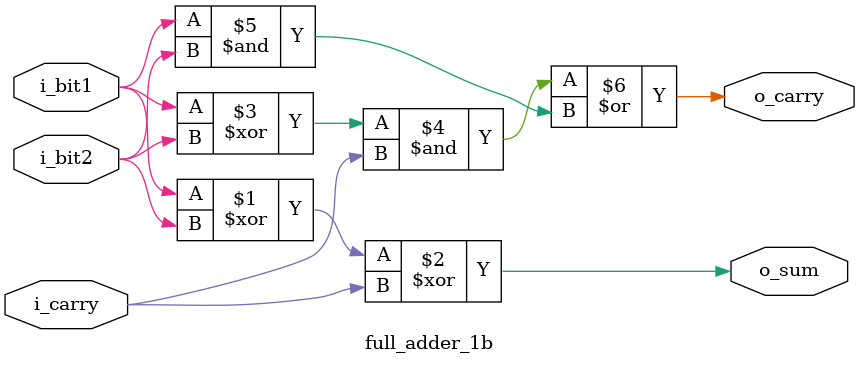
<source format=v>
module full_adder_1b (i_carry,i_bit1,i_bit2,o_carry,o_sum);

input i_carry;
input i_bit1;
input i_bit2;
output o_carry;
output o_sum;

assign o_sum = i_bit1 ^ i_bit2 ^ i_carry;
assign o_carry = ((i_bit1 ^ i_bit2) & i_carry) | (i_bit1 & i_bit2);

endmodule


</source>
